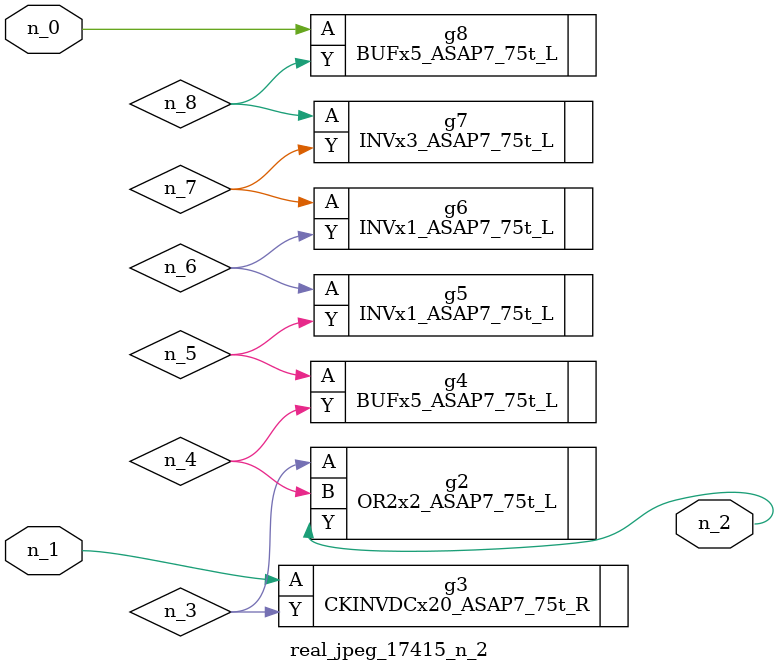
<source format=v>
module real_jpeg_17415_n_2 (n_1, n_0, n_2);

input n_1;
input n_0;

output n_2;

wire n_5;
wire n_4;
wire n_8;
wire n_6;
wire n_7;
wire n_3;

BUFx5_ASAP7_75t_L g8 ( 
.A(n_0),
.Y(n_8)
);

CKINVDCx20_ASAP7_75t_R g3 ( 
.A(n_1),
.Y(n_3)
);

OR2x2_ASAP7_75t_L g2 ( 
.A(n_3),
.B(n_4),
.Y(n_2)
);

BUFx5_ASAP7_75t_L g4 ( 
.A(n_5),
.Y(n_4)
);

INVx1_ASAP7_75t_L g5 ( 
.A(n_6),
.Y(n_5)
);

INVx1_ASAP7_75t_L g6 ( 
.A(n_7),
.Y(n_6)
);

INVx3_ASAP7_75t_L g7 ( 
.A(n_8),
.Y(n_7)
);


endmodule
</source>
